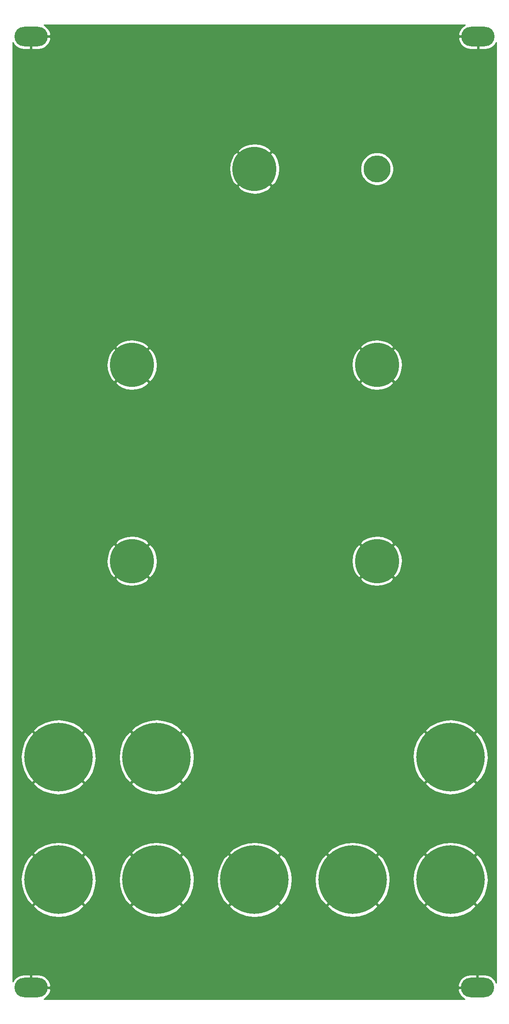
<source format=gbr>
%TF.GenerationSoftware,KiCad,Pcbnew,5.1.8-db9833491~88~ubuntu20.04.1*%
%TF.CreationDate,2020-12-01T09:53:33-05:00*%
%TF.ProjectId,mfos_vclfo_nosync-panel,6d666f73-5f76-4636-9c66-6f5f6e6f7379,rev?*%
%TF.SameCoordinates,Original*%
%TF.FileFunction,Copper,L1,Top*%
%TF.FilePolarity,Positive*%
%FSLAX46Y46*%
G04 Gerber Fmt 4.6, Leading zero omitted, Abs format (unit mm)*
G04 Created by KiCad (PCBNEW 5.1.8-db9833491~88~ubuntu20.04.1) date 2020-12-01 09:53:33*
%MOMM*%
%LPD*%
G01*
G04 APERTURE LIST*
%TA.AperFunction,ComponentPad*%
%ADD10C,14.000000*%
%TD*%
%TA.AperFunction,ComponentPad*%
%ADD11C,9.000000*%
%TD*%
%TA.AperFunction,ComponentPad*%
%ADD12O,6.800000X4.000000*%
%TD*%
%TA.AperFunction,ComponentPad*%
%ADD13C,5.500000*%
%TD*%
%TA.AperFunction,Conductor*%
%ADD14C,0.254000*%
%TD*%
%TA.AperFunction,Conductor*%
%ADD15C,0.100000*%
%TD*%
G04 APERTURE END LIST*
D10*
%TO.P,H20,1*%
%TO.N,GND*%
X115000000Y-155000000D03*
%TD*%
%TO.P,H18,1*%
%TO.N,GND*%
X35000000Y-130000000D03*
%TD*%
%TO.P,H17,1*%
%TO.N,GND*%
X75000000Y-155000000D03*
%TD*%
%TO.P,H15,1*%
%TO.N,GND*%
X55000000Y-130000000D03*
%TD*%
D11*
%TO.P,H14,1*%
%TO.N,GND*%
X75000000Y-10000000D03*
%TD*%
D12*
%TO.P,H13,1*%
%TO.N,GND*%
X29400000Y17000000D03*
%TD*%
D10*
%TO.P,H12,1*%
%TO.N,GND*%
X55000000Y-155000000D03*
%TD*%
D11*
%TO.P,H11,1*%
%TO.N,GND*%
X100000000Y-50000000D03*
%TD*%
D12*
%TO.P,H10,1*%
%TO.N,GND*%
X120500000Y-177000000D03*
%TD*%
D10*
%TO.P,H9,1*%
%TO.N,GND*%
X35000000Y-155000000D03*
%TD*%
D11*
%TO.P,H8,1*%
%TO.N,GND*%
X50000000Y-90000000D03*
%TD*%
D12*
%TO.P,H7,1*%
%TO.N,GND*%
X120600000Y17000000D03*
%TD*%
D10*
%TO.P,H6,1*%
%TO.N,GND*%
X115000000Y-130000000D03*
%TD*%
D11*
%TO.P,H5,1*%
%TO.N,GND*%
X50000000Y-50000000D03*
%TD*%
D12*
%TO.P,H4,1*%
%TO.N,GND*%
X29400000Y-177000000D03*
%TD*%
D13*
%TO.P,H3,1*%
%TO.N,N/C*%
X100000000Y-10000000D03*
%TD*%
D10*
%TO.P,H2,1*%
%TO.N,GND*%
X95000000Y-155000000D03*
%TD*%
D11*
%TO.P,H1,1*%
%TO.N,GND*%
X100000000Y-90000000D03*
%TD*%
D14*
%TO.N,GND*%
X117630475Y19120365D02*
X117246970Y18773424D01*
X116938519Y18358331D01*
X116716975Y17891038D01*
X116620333Y17537162D01*
X116727009Y17127000D01*
X120473000Y17127000D01*
X120473000Y17147000D01*
X120727000Y17147000D01*
X120727000Y17127000D01*
X120747000Y17127000D01*
X120747000Y16873000D01*
X120727000Y16873000D01*
X120727000Y14365000D01*
X122127000Y14365000D01*
X122638623Y14440407D01*
X123125704Y14614178D01*
X123569525Y14879635D01*
X123953030Y15226576D01*
X124261481Y15641669D01*
X124340000Y15807286D01*
X124340001Y-176018213D01*
X124161481Y-175641669D01*
X123853030Y-175226576D01*
X123469525Y-174879635D01*
X123025704Y-174614178D01*
X122538623Y-174440407D01*
X122027000Y-174365000D01*
X120627000Y-174365000D01*
X120627000Y-176873000D01*
X120647000Y-176873000D01*
X120647000Y-177127000D01*
X120627000Y-177127000D01*
X120627000Y-177147000D01*
X120373000Y-177147000D01*
X120373000Y-177127000D01*
X116627009Y-177127000D01*
X116520333Y-177537162D01*
X116616975Y-177891038D01*
X116838519Y-178358331D01*
X117146970Y-178773424D01*
X117530475Y-179120365D01*
X117897686Y-179340000D01*
X32002314Y-179340000D01*
X32369525Y-179120365D01*
X32753030Y-178773424D01*
X33061481Y-178358331D01*
X33283025Y-177891038D01*
X33379667Y-177537162D01*
X33272991Y-177127000D01*
X29527000Y-177127000D01*
X29527000Y-177147000D01*
X29273000Y-177147000D01*
X29273000Y-177127000D01*
X29253000Y-177127000D01*
X29253000Y-176873000D01*
X29273000Y-176873000D01*
X29273000Y-174365000D01*
X29527000Y-174365000D01*
X29527000Y-176873000D01*
X33272991Y-176873000D01*
X33379667Y-176462838D01*
X116520333Y-176462838D01*
X116627009Y-176873000D01*
X120373000Y-176873000D01*
X120373000Y-174365000D01*
X118973000Y-174365000D01*
X118461377Y-174440407D01*
X117974296Y-174614178D01*
X117530475Y-174879635D01*
X117146970Y-175226576D01*
X116838519Y-175641669D01*
X116616975Y-176108962D01*
X116520333Y-176462838D01*
X33379667Y-176462838D01*
X33283025Y-176108962D01*
X33061481Y-175641669D01*
X32753030Y-175226576D01*
X32369525Y-174879635D01*
X31925704Y-174614178D01*
X31438623Y-174440407D01*
X30927000Y-174365000D01*
X29527000Y-174365000D01*
X29273000Y-174365000D01*
X27873000Y-174365000D01*
X27361377Y-174440407D01*
X26874296Y-174614178D01*
X26430475Y-174879635D01*
X26046970Y-175226576D01*
X25738519Y-175641669D01*
X25660000Y-175807286D01*
X25660000Y-160401674D01*
X29777932Y-160401674D01*
X30593908Y-161280530D01*
X31903840Y-162019437D01*
X33332756Y-162488591D01*
X34825743Y-162669963D01*
X36325428Y-162556583D01*
X37774176Y-162152807D01*
X39116314Y-161474153D01*
X39406092Y-161280530D01*
X40222068Y-160401674D01*
X49777932Y-160401674D01*
X50593908Y-161280530D01*
X51903840Y-162019437D01*
X53332756Y-162488591D01*
X54825743Y-162669963D01*
X56325428Y-162556583D01*
X57774176Y-162152807D01*
X59116314Y-161474153D01*
X59406092Y-161280530D01*
X60222068Y-160401674D01*
X69777932Y-160401674D01*
X70593908Y-161280530D01*
X71903840Y-162019437D01*
X73332756Y-162488591D01*
X74825743Y-162669963D01*
X76325428Y-162556583D01*
X77774176Y-162152807D01*
X79116314Y-161474153D01*
X79406092Y-161280530D01*
X80222068Y-160401674D01*
X89777932Y-160401674D01*
X90593908Y-161280530D01*
X91903840Y-162019437D01*
X93332756Y-162488591D01*
X94825743Y-162669963D01*
X96325428Y-162556583D01*
X97774176Y-162152807D01*
X99116314Y-161474153D01*
X99406092Y-161280530D01*
X100222068Y-160401674D01*
X109777932Y-160401674D01*
X110593908Y-161280530D01*
X111903840Y-162019437D01*
X113332756Y-162488591D01*
X114825743Y-162669963D01*
X116325428Y-162556583D01*
X117774176Y-162152807D01*
X119116314Y-161474153D01*
X119406092Y-161280530D01*
X120222068Y-160401674D01*
X115000000Y-155179605D01*
X109777932Y-160401674D01*
X100222068Y-160401674D01*
X95000000Y-155179605D01*
X89777932Y-160401674D01*
X80222068Y-160401674D01*
X75000000Y-155179605D01*
X69777932Y-160401674D01*
X60222068Y-160401674D01*
X55000000Y-155179605D01*
X49777932Y-160401674D01*
X40222068Y-160401674D01*
X35000000Y-155179605D01*
X29777932Y-160401674D01*
X25660000Y-160401674D01*
X25660000Y-154825743D01*
X27330037Y-154825743D01*
X27443417Y-156325428D01*
X27847193Y-157774176D01*
X28525847Y-159116314D01*
X28719470Y-159406092D01*
X29598326Y-160222068D01*
X34820395Y-155000000D01*
X35179605Y-155000000D01*
X40401674Y-160222068D01*
X41280530Y-159406092D01*
X42019437Y-158096160D01*
X42488591Y-156667244D01*
X42669963Y-155174257D01*
X42643615Y-154825743D01*
X47330037Y-154825743D01*
X47443417Y-156325428D01*
X47847193Y-157774176D01*
X48525847Y-159116314D01*
X48719470Y-159406092D01*
X49598326Y-160222068D01*
X54820395Y-155000000D01*
X55179605Y-155000000D01*
X60401674Y-160222068D01*
X61280530Y-159406092D01*
X62019437Y-158096160D01*
X62488591Y-156667244D01*
X62669963Y-155174257D01*
X62643615Y-154825743D01*
X67330037Y-154825743D01*
X67443417Y-156325428D01*
X67847193Y-157774176D01*
X68525847Y-159116314D01*
X68719470Y-159406092D01*
X69598326Y-160222068D01*
X74820395Y-155000000D01*
X75179605Y-155000000D01*
X80401674Y-160222068D01*
X81280530Y-159406092D01*
X82019437Y-158096160D01*
X82488591Y-156667244D01*
X82669963Y-155174257D01*
X82643615Y-154825743D01*
X87330037Y-154825743D01*
X87443417Y-156325428D01*
X87847193Y-157774176D01*
X88525847Y-159116314D01*
X88719470Y-159406092D01*
X89598326Y-160222068D01*
X94820395Y-155000000D01*
X95179605Y-155000000D01*
X100401674Y-160222068D01*
X101280530Y-159406092D01*
X102019437Y-158096160D01*
X102488591Y-156667244D01*
X102669963Y-155174257D01*
X102643615Y-154825743D01*
X107330037Y-154825743D01*
X107443417Y-156325428D01*
X107847193Y-157774176D01*
X108525847Y-159116314D01*
X108719470Y-159406092D01*
X109598326Y-160222068D01*
X114820395Y-155000000D01*
X115179605Y-155000000D01*
X120401674Y-160222068D01*
X121280530Y-159406092D01*
X122019437Y-158096160D01*
X122488591Y-156667244D01*
X122669963Y-155174257D01*
X122556583Y-153674572D01*
X122152807Y-152225824D01*
X121474153Y-150883686D01*
X121280530Y-150593908D01*
X120401674Y-149777932D01*
X115179605Y-155000000D01*
X114820395Y-155000000D01*
X109598326Y-149777932D01*
X108719470Y-150593908D01*
X107980563Y-151903840D01*
X107511409Y-153332756D01*
X107330037Y-154825743D01*
X102643615Y-154825743D01*
X102556583Y-153674572D01*
X102152807Y-152225824D01*
X101474153Y-150883686D01*
X101280530Y-150593908D01*
X100401674Y-149777932D01*
X95179605Y-155000000D01*
X94820395Y-155000000D01*
X89598326Y-149777932D01*
X88719470Y-150593908D01*
X87980563Y-151903840D01*
X87511409Y-153332756D01*
X87330037Y-154825743D01*
X82643615Y-154825743D01*
X82556583Y-153674572D01*
X82152807Y-152225824D01*
X81474153Y-150883686D01*
X81280530Y-150593908D01*
X80401674Y-149777932D01*
X75179605Y-155000000D01*
X74820395Y-155000000D01*
X69598326Y-149777932D01*
X68719470Y-150593908D01*
X67980563Y-151903840D01*
X67511409Y-153332756D01*
X67330037Y-154825743D01*
X62643615Y-154825743D01*
X62556583Y-153674572D01*
X62152807Y-152225824D01*
X61474153Y-150883686D01*
X61280530Y-150593908D01*
X60401674Y-149777932D01*
X55179605Y-155000000D01*
X54820395Y-155000000D01*
X49598326Y-149777932D01*
X48719470Y-150593908D01*
X47980563Y-151903840D01*
X47511409Y-153332756D01*
X47330037Y-154825743D01*
X42643615Y-154825743D01*
X42556583Y-153674572D01*
X42152807Y-152225824D01*
X41474153Y-150883686D01*
X41280530Y-150593908D01*
X40401674Y-149777932D01*
X35179605Y-155000000D01*
X34820395Y-155000000D01*
X29598326Y-149777932D01*
X28719470Y-150593908D01*
X27980563Y-151903840D01*
X27511409Y-153332756D01*
X27330037Y-154825743D01*
X25660000Y-154825743D01*
X25660000Y-149598326D01*
X29777932Y-149598326D01*
X35000000Y-154820395D01*
X40222068Y-149598326D01*
X49777932Y-149598326D01*
X55000000Y-154820395D01*
X60222068Y-149598326D01*
X69777932Y-149598326D01*
X75000000Y-154820395D01*
X80222068Y-149598326D01*
X89777932Y-149598326D01*
X95000000Y-154820395D01*
X100222068Y-149598326D01*
X109777932Y-149598326D01*
X115000000Y-154820395D01*
X120222068Y-149598326D01*
X119406092Y-148719470D01*
X118096160Y-147980563D01*
X116667244Y-147511409D01*
X115174257Y-147330037D01*
X113674572Y-147443417D01*
X112225824Y-147847193D01*
X110883686Y-148525847D01*
X110593908Y-148719470D01*
X109777932Y-149598326D01*
X100222068Y-149598326D01*
X99406092Y-148719470D01*
X98096160Y-147980563D01*
X96667244Y-147511409D01*
X95174257Y-147330037D01*
X93674572Y-147443417D01*
X92225824Y-147847193D01*
X90883686Y-148525847D01*
X90593908Y-148719470D01*
X89777932Y-149598326D01*
X80222068Y-149598326D01*
X79406092Y-148719470D01*
X78096160Y-147980563D01*
X76667244Y-147511409D01*
X75174257Y-147330037D01*
X73674572Y-147443417D01*
X72225824Y-147847193D01*
X70883686Y-148525847D01*
X70593908Y-148719470D01*
X69777932Y-149598326D01*
X60222068Y-149598326D01*
X59406092Y-148719470D01*
X58096160Y-147980563D01*
X56667244Y-147511409D01*
X55174257Y-147330037D01*
X53674572Y-147443417D01*
X52225824Y-147847193D01*
X50883686Y-148525847D01*
X50593908Y-148719470D01*
X49777932Y-149598326D01*
X40222068Y-149598326D01*
X39406092Y-148719470D01*
X38096160Y-147980563D01*
X36667244Y-147511409D01*
X35174257Y-147330037D01*
X33674572Y-147443417D01*
X32225824Y-147847193D01*
X30883686Y-148525847D01*
X30593908Y-148719470D01*
X29777932Y-149598326D01*
X25660000Y-149598326D01*
X25660000Y-135401674D01*
X29777932Y-135401674D01*
X30593908Y-136280530D01*
X31903840Y-137019437D01*
X33332756Y-137488591D01*
X34825743Y-137669963D01*
X36325428Y-137556583D01*
X37774176Y-137152807D01*
X39116314Y-136474153D01*
X39406092Y-136280530D01*
X40222068Y-135401674D01*
X49777932Y-135401674D01*
X50593908Y-136280530D01*
X51903840Y-137019437D01*
X53332756Y-137488591D01*
X54825743Y-137669963D01*
X56325428Y-137556583D01*
X57774176Y-137152807D01*
X59116314Y-136474153D01*
X59406092Y-136280530D01*
X60222068Y-135401674D01*
X109777932Y-135401674D01*
X110593908Y-136280530D01*
X111903840Y-137019437D01*
X113332756Y-137488591D01*
X114825743Y-137669963D01*
X116325428Y-137556583D01*
X117774176Y-137152807D01*
X119116314Y-136474153D01*
X119406092Y-136280530D01*
X120222068Y-135401674D01*
X115000000Y-130179605D01*
X109777932Y-135401674D01*
X60222068Y-135401674D01*
X55000000Y-130179605D01*
X49777932Y-135401674D01*
X40222068Y-135401674D01*
X35000000Y-130179605D01*
X29777932Y-135401674D01*
X25660000Y-135401674D01*
X25660000Y-129825743D01*
X27330037Y-129825743D01*
X27443417Y-131325428D01*
X27847193Y-132774176D01*
X28525847Y-134116314D01*
X28719470Y-134406092D01*
X29598326Y-135222068D01*
X34820395Y-130000000D01*
X35179605Y-130000000D01*
X40401674Y-135222068D01*
X41280530Y-134406092D01*
X42019437Y-133096160D01*
X42488591Y-131667244D01*
X42669963Y-130174257D01*
X42643615Y-129825743D01*
X47330037Y-129825743D01*
X47443417Y-131325428D01*
X47847193Y-132774176D01*
X48525847Y-134116314D01*
X48719470Y-134406092D01*
X49598326Y-135222068D01*
X54820395Y-130000000D01*
X55179605Y-130000000D01*
X60401674Y-135222068D01*
X61280530Y-134406092D01*
X62019437Y-133096160D01*
X62488591Y-131667244D01*
X62669963Y-130174257D01*
X62643615Y-129825743D01*
X107330037Y-129825743D01*
X107443417Y-131325428D01*
X107847193Y-132774176D01*
X108525847Y-134116314D01*
X108719470Y-134406092D01*
X109598326Y-135222068D01*
X114820395Y-130000000D01*
X115179605Y-130000000D01*
X120401674Y-135222068D01*
X121280530Y-134406092D01*
X122019437Y-133096160D01*
X122488591Y-131667244D01*
X122669963Y-130174257D01*
X122556583Y-128674572D01*
X122152807Y-127225824D01*
X121474153Y-125883686D01*
X121280530Y-125593908D01*
X120401674Y-124777932D01*
X115179605Y-130000000D01*
X114820395Y-130000000D01*
X109598326Y-124777932D01*
X108719470Y-125593908D01*
X107980563Y-126903840D01*
X107511409Y-128332756D01*
X107330037Y-129825743D01*
X62643615Y-129825743D01*
X62556583Y-128674572D01*
X62152807Y-127225824D01*
X61474153Y-125883686D01*
X61280530Y-125593908D01*
X60401674Y-124777932D01*
X55179605Y-130000000D01*
X54820395Y-130000000D01*
X49598326Y-124777932D01*
X48719470Y-125593908D01*
X47980563Y-126903840D01*
X47511409Y-128332756D01*
X47330037Y-129825743D01*
X42643615Y-129825743D01*
X42556583Y-128674572D01*
X42152807Y-127225824D01*
X41474153Y-125883686D01*
X41280530Y-125593908D01*
X40401674Y-124777932D01*
X35179605Y-130000000D01*
X34820395Y-130000000D01*
X29598326Y-124777932D01*
X28719470Y-125593908D01*
X27980563Y-126903840D01*
X27511409Y-128332756D01*
X27330037Y-129825743D01*
X25660000Y-129825743D01*
X25660000Y-124598326D01*
X29777932Y-124598326D01*
X35000000Y-129820395D01*
X40222068Y-124598326D01*
X49777932Y-124598326D01*
X55000000Y-129820395D01*
X60222068Y-124598326D01*
X109777932Y-124598326D01*
X115000000Y-129820395D01*
X120222068Y-124598326D01*
X119406092Y-123719470D01*
X118096160Y-122980563D01*
X116667244Y-122511409D01*
X115174257Y-122330037D01*
X113674572Y-122443417D01*
X112225824Y-122847193D01*
X110883686Y-123525847D01*
X110593908Y-123719470D01*
X109777932Y-124598326D01*
X60222068Y-124598326D01*
X59406092Y-123719470D01*
X58096160Y-122980563D01*
X56667244Y-122511409D01*
X55174257Y-122330037D01*
X53674572Y-122443417D01*
X52225824Y-122847193D01*
X50883686Y-123525847D01*
X50593908Y-123719470D01*
X49777932Y-124598326D01*
X40222068Y-124598326D01*
X39406092Y-123719470D01*
X38096160Y-122980563D01*
X36667244Y-122511409D01*
X35174257Y-122330037D01*
X33674572Y-122443417D01*
X32225824Y-122847193D01*
X30883686Y-123525847D01*
X30593908Y-123719470D01*
X29777932Y-124598326D01*
X25660000Y-124598326D01*
X25660000Y-93624971D01*
X46554634Y-93624971D01*
X47070783Y-94247788D01*
X47955768Y-94737630D01*
X48919314Y-95045407D01*
X49924389Y-95159293D01*
X50932370Y-95074910D01*
X51904520Y-94795501D01*
X52803481Y-94331803D01*
X52929217Y-94247788D01*
X53445366Y-93624971D01*
X96554634Y-93624971D01*
X97070783Y-94247788D01*
X97955768Y-94737630D01*
X98919314Y-95045407D01*
X99924389Y-95159293D01*
X100932370Y-95074910D01*
X101904520Y-94795501D01*
X102803481Y-94331803D01*
X102929217Y-94247788D01*
X103445366Y-93624971D01*
X100000000Y-90179605D01*
X96554634Y-93624971D01*
X53445366Y-93624971D01*
X50000000Y-90179605D01*
X46554634Y-93624971D01*
X25660000Y-93624971D01*
X25660000Y-89924389D01*
X44840707Y-89924389D01*
X44925090Y-90932370D01*
X45204499Y-91904520D01*
X45668197Y-92803481D01*
X45752212Y-92929217D01*
X46375029Y-93445366D01*
X49820395Y-90000000D01*
X50179605Y-90000000D01*
X53624971Y-93445366D01*
X54247788Y-92929217D01*
X54737630Y-92044232D01*
X55045407Y-91080686D01*
X55159293Y-90075611D01*
X55146634Y-89924389D01*
X94840707Y-89924389D01*
X94925090Y-90932370D01*
X95204499Y-91904520D01*
X95668197Y-92803481D01*
X95752212Y-92929217D01*
X96375029Y-93445366D01*
X99820395Y-90000000D01*
X100179605Y-90000000D01*
X103624971Y-93445366D01*
X104247788Y-92929217D01*
X104737630Y-92044232D01*
X105045407Y-91080686D01*
X105159293Y-90075611D01*
X105074910Y-89067630D01*
X104795501Y-88095480D01*
X104331803Y-87196519D01*
X104247788Y-87070783D01*
X103624971Y-86554634D01*
X100179605Y-90000000D01*
X99820395Y-90000000D01*
X96375029Y-86554634D01*
X95752212Y-87070783D01*
X95262370Y-87955768D01*
X94954593Y-88919314D01*
X94840707Y-89924389D01*
X55146634Y-89924389D01*
X55074910Y-89067630D01*
X54795501Y-88095480D01*
X54331803Y-87196519D01*
X54247788Y-87070783D01*
X53624971Y-86554634D01*
X50179605Y-90000000D01*
X49820395Y-90000000D01*
X46375029Y-86554634D01*
X45752212Y-87070783D01*
X45262370Y-87955768D01*
X44954593Y-88919314D01*
X44840707Y-89924389D01*
X25660000Y-89924389D01*
X25660000Y-86375029D01*
X46554634Y-86375029D01*
X50000000Y-89820395D01*
X53445366Y-86375029D01*
X96554634Y-86375029D01*
X100000000Y-89820395D01*
X103445366Y-86375029D01*
X102929217Y-85752212D01*
X102044232Y-85262370D01*
X101080686Y-84954593D01*
X100075611Y-84840707D01*
X99067630Y-84925090D01*
X98095480Y-85204499D01*
X97196519Y-85668197D01*
X97070783Y-85752212D01*
X96554634Y-86375029D01*
X53445366Y-86375029D01*
X52929217Y-85752212D01*
X52044232Y-85262370D01*
X51080686Y-84954593D01*
X50075611Y-84840707D01*
X49067630Y-84925090D01*
X48095480Y-85204499D01*
X47196519Y-85668197D01*
X47070783Y-85752212D01*
X46554634Y-86375029D01*
X25660000Y-86375029D01*
X25660000Y-53624971D01*
X46554634Y-53624971D01*
X47070783Y-54247788D01*
X47955768Y-54737630D01*
X48919314Y-55045407D01*
X49924389Y-55159293D01*
X50932370Y-55074910D01*
X51904520Y-54795501D01*
X52803481Y-54331803D01*
X52929217Y-54247788D01*
X53445366Y-53624971D01*
X96554634Y-53624971D01*
X97070783Y-54247788D01*
X97955768Y-54737630D01*
X98919314Y-55045407D01*
X99924389Y-55159293D01*
X100932370Y-55074910D01*
X101904520Y-54795501D01*
X102803481Y-54331803D01*
X102929217Y-54247788D01*
X103445366Y-53624971D01*
X100000000Y-50179605D01*
X96554634Y-53624971D01*
X53445366Y-53624971D01*
X50000000Y-50179605D01*
X46554634Y-53624971D01*
X25660000Y-53624971D01*
X25660000Y-49924389D01*
X44840707Y-49924389D01*
X44925090Y-50932370D01*
X45204499Y-51904520D01*
X45668197Y-52803481D01*
X45752212Y-52929217D01*
X46375029Y-53445366D01*
X49820395Y-50000000D01*
X50179605Y-50000000D01*
X53624971Y-53445366D01*
X54247788Y-52929217D01*
X54737630Y-52044232D01*
X55045407Y-51080686D01*
X55159293Y-50075611D01*
X55146634Y-49924389D01*
X94840707Y-49924389D01*
X94925090Y-50932370D01*
X95204499Y-51904520D01*
X95668197Y-52803481D01*
X95752212Y-52929217D01*
X96375029Y-53445366D01*
X99820395Y-50000000D01*
X100179605Y-50000000D01*
X103624971Y-53445366D01*
X104247788Y-52929217D01*
X104737630Y-52044232D01*
X105045407Y-51080686D01*
X105159293Y-50075611D01*
X105074910Y-49067630D01*
X104795501Y-48095480D01*
X104331803Y-47196519D01*
X104247788Y-47070783D01*
X103624971Y-46554634D01*
X100179605Y-50000000D01*
X99820395Y-50000000D01*
X96375029Y-46554634D01*
X95752212Y-47070783D01*
X95262370Y-47955768D01*
X94954593Y-48919314D01*
X94840707Y-49924389D01*
X55146634Y-49924389D01*
X55074910Y-49067630D01*
X54795501Y-48095480D01*
X54331803Y-47196519D01*
X54247788Y-47070783D01*
X53624971Y-46554634D01*
X50179605Y-50000000D01*
X49820395Y-50000000D01*
X46375029Y-46554634D01*
X45752212Y-47070783D01*
X45262370Y-47955768D01*
X44954593Y-48919314D01*
X44840707Y-49924389D01*
X25660000Y-49924389D01*
X25660000Y-46375029D01*
X46554634Y-46375029D01*
X50000000Y-49820395D01*
X53445366Y-46375029D01*
X96554634Y-46375029D01*
X100000000Y-49820395D01*
X103445366Y-46375029D01*
X102929217Y-45752212D01*
X102044232Y-45262370D01*
X101080686Y-44954593D01*
X100075611Y-44840707D01*
X99067630Y-44925090D01*
X98095480Y-45204499D01*
X97196519Y-45668197D01*
X97070783Y-45752212D01*
X96554634Y-46375029D01*
X53445366Y-46375029D01*
X52929217Y-45752212D01*
X52044232Y-45262370D01*
X51080686Y-44954593D01*
X50075611Y-44840707D01*
X49067630Y-44925090D01*
X48095480Y-45204499D01*
X47196519Y-45668197D01*
X47070783Y-45752212D01*
X46554634Y-46375029D01*
X25660000Y-46375029D01*
X25660000Y-13624971D01*
X71554634Y-13624971D01*
X72070783Y-14247788D01*
X72955768Y-14737630D01*
X73919314Y-15045407D01*
X74924389Y-15159293D01*
X75932370Y-15074910D01*
X76904520Y-14795501D01*
X77803481Y-14331803D01*
X77929217Y-14247788D01*
X78445366Y-13624971D01*
X75000000Y-10179605D01*
X71554634Y-13624971D01*
X25660000Y-13624971D01*
X25660000Y-9924389D01*
X69840707Y-9924389D01*
X69925090Y-10932370D01*
X70204499Y-11904520D01*
X70668197Y-12803481D01*
X70752212Y-12929217D01*
X71375029Y-13445366D01*
X74820395Y-10000000D01*
X75179605Y-10000000D01*
X78624971Y-13445366D01*
X79247788Y-12929217D01*
X79737630Y-12044232D01*
X80045407Y-11080686D01*
X80159293Y-10075611D01*
X80125054Y-9666607D01*
X96615000Y-9666607D01*
X96615000Y-10333393D01*
X96745083Y-10987368D01*
X97000252Y-11603399D01*
X97370698Y-12157812D01*
X97842188Y-12629302D01*
X98396601Y-12999748D01*
X99012632Y-13254917D01*
X99666607Y-13385000D01*
X100333393Y-13385000D01*
X100987368Y-13254917D01*
X101603399Y-12999748D01*
X102157812Y-12629302D01*
X102629302Y-12157812D01*
X102999748Y-11603399D01*
X103254917Y-10987368D01*
X103385000Y-10333393D01*
X103385000Y-9666607D01*
X103254917Y-9012632D01*
X102999748Y-8396601D01*
X102629302Y-7842188D01*
X102157812Y-7370698D01*
X101603399Y-7000252D01*
X100987368Y-6745083D01*
X100333393Y-6615000D01*
X99666607Y-6615000D01*
X99012632Y-6745083D01*
X98396601Y-7000252D01*
X97842188Y-7370698D01*
X97370698Y-7842188D01*
X97000252Y-8396601D01*
X96745083Y-9012632D01*
X96615000Y-9666607D01*
X80125054Y-9666607D01*
X80074910Y-9067630D01*
X79795501Y-8095480D01*
X79331803Y-7196519D01*
X79247788Y-7070783D01*
X78624971Y-6554634D01*
X75179605Y-10000000D01*
X74820395Y-10000000D01*
X71375029Y-6554634D01*
X70752212Y-7070783D01*
X70262370Y-7955768D01*
X69954593Y-8919314D01*
X69840707Y-9924389D01*
X25660000Y-9924389D01*
X25660000Y-6375029D01*
X71554634Y-6375029D01*
X75000000Y-9820395D01*
X78445366Y-6375029D01*
X77929217Y-5752212D01*
X77044232Y-5262370D01*
X76080686Y-4954593D01*
X75075611Y-4840707D01*
X74067630Y-4925090D01*
X73095480Y-5204499D01*
X72196519Y-5668197D01*
X72070783Y-5752212D01*
X71554634Y-6375029D01*
X25660000Y-6375029D01*
X25660000Y15807286D01*
X25738519Y15641669D01*
X26046970Y15226576D01*
X26430475Y14879635D01*
X26874296Y14614178D01*
X27361377Y14440407D01*
X27873000Y14365000D01*
X29273000Y14365000D01*
X29273000Y16873000D01*
X29527000Y16873000D01*
X29527000Y14365000D01*
X30927000Y14365000D01*
X31438623Y14440407D01*
X31925704Y14614178D01*
X32369525Y14879635D01*
X32753030Y15226576D01*
X33061481Y15641669D01*
X33283025Y16108962D01*
X33379667Y16462838D01*
X116620333Y16462838D01*
X116716975Y16108962D01*
X116938519Y15641669D01*
X117246970Y15226576D01*
X117630475Y14879635D01*
X118074296Y14614178D01*
X118561377Y14440407D01*
X119073000Y14365000D01*
X120473000Y14365000D01*
X120473000Y16873000D01*
X116727009Y16873000D01*
X116620333Y16462838D01*
X33379667Y16462838D01*
X33272991Y16873000D01*
X29527000Y16873000D01*
X29273000Y16873000D01*
X29253000Y16873000D01*
X29253000Y17127000D01*
X29273000Y17127000D01*
X29273000Y17147000D01*
X29527000Y17147000D01*
X29527000Y17127000D01*
X33272991Y17127000D01*
X33379667Y17537162D01*
X33283025Y17891038D01*
X33061481Y18358331D01*
X32753030Y18773424D01*
X32369525Y19120365D01*
X32002314Y19340000D01*
X117997686Y19340000D01*
X117630475Y19120365D01*
%TA.AperFunction,Conductor*%
D15*
G36*
X117630475Y19120365D02*
G01*
X117246970Y18773424D01*
X116938519Y18358331D01*
X116716975Y17891038D01*
X116620333Y17537162D01*
X116727009Y17127000D01*
X120473000Y17127000D01*
X120473000Y17147000D01*
X120727000Y17147000D01*
X120727000Y17127000D01*
X120747000Y17127000D01*
X120747000Y16873000D01*
X120727000Y16873000D01*
X120727000Y14365000D01*
X122127000Y14365000D01*
X122638623Y14440407D01*
X123125704Y14614178D01*
X123569525Y14879635D01*
X123953030Y15226576D01*
X124261481Y15641669D01*
X124340000Y15807286D01*
X124340001Y-176018213D01*
X124161481Y-175641669D01*
X123853030Y-175226576D01*
X123469525Y-174879635D01*
X123025704Y-174614178D01*
X122538623Y-174440407D01*
X122027000Y-174365000D01*
X120627000Y-174365000D01*
X120627000Y-176873000D01*
X120647000Y-176873000D01*
X120647000Y-177127000D01*
X120627000Y-177127000D01*
X120627000Y-177147000D01*
X120373000Y-177147000D01*
X120373000Y-177127000D01*
X116627009Y-177127000D01*
X116520333Y-177537162D01*
X116616975Y-177891038D01*
X116838519Y-178358331D01*
X117146970Y-178773424D01*
X117530475Y-179120365D01*
X117897686Y-179340000D01*
X32002314Y-179340000D01*
X32369525Y-179120365D01*
X32753030Y-178773424D01*
X33061481Y-178358331D01*
X33283025Y-177891038D01*
X33379667Y-177537162D01*
X33272991Y-177127000D01*
X29527000Y-177127000D01*
X29527000Y-177147000D01*
X29273000Y-177147000D01*
X29273000Y-177127000D01*
X29253000Y-177127000D01*
X29253000Y-176873000D01*
X29273000Y-176873000D01*
X29273000Y-174365000D01*
X29527000Y-174365000D01*
X29527000Y-176873000D01*
X33272991Y-176873000D01*
X33379667Y-176462838D01*
X116520333Y-176462838D01*
X116627009Y-176873000D01*
X120373000Y-176873000D01*
X120373000Y-174365000D01*
X118973000Y-174365000D01*
X118461377Y-174440407D01*
X117974296Y-174614178D01*
X117530475Y-174879635D01*
X117146970Y-175226576D01*
X116838519Y-175641669D01*
X116616975Y-176108962D01*
X116520333Y-176462838D01*
X33379667Y-176462838D01*
X33283025Y-176108962D01*
X33061481Y-175641669D01*
X32753030Y-175226576D01*
X32369525Y-174879635D01*
X31925704Y-174614178D01*
X31438623Y-174440407D01*
X30927000Y-174365000D01*
X29527000Y-174365000D01*
X29273000Y-174365000D01*
X27873000Y-174365000D01*
X27361377Y-174440407D01*
X26874296Y-174614178D01*
X26430475Y-174879635D01*
X26046970Y-175226576D01*
X25738519Y-175641669D01*
X25660000Y-175807286D01*
X25660000Y-160401674D01*
X29777932Y-160401674D01*
X30593908Y-161280530D01*
X31903840Y-162019437D01*
X33332756Y-162488591D01*
X34825743Y-162669963D01*
X36325428Y-162556583D01*
X37774176Y-162152807D01*
X39116314Y-161474153D01*
X39406092Y-161280530D01*
X40222068Y-160401674D01*
X49777932Y-160401674D01*
X50593908Y-161280530D01*
X51903840Y-162019437D01*
X53332756Y-162488591D01*
X54825743Y-162669963D01*
X56325428Y-162556583D01*
X57774176Y-162152807D01*
X59116314Y-161474153D01*
X59406092Y-161280530D01*
X60222068Y-160401674D01*
X69777932Y-160401674D01*
X70593908Y-161280530D01*
X71903840Y-162019437D01*
X73332756Y-162488591D01*
X74825743Y-162669963D01*
X76325428Y-162556583D01*
X77774176Y-162152807D01*
X79116314Y-161474153D01*
X79406092Y-161280530D01*
X80222068Y-160401674D01*
X89777932Y-160401674D01*
X90593908Y-161280530D01*
X91903840Y-162019437D01*
X93332756Y-162488591D01*
X94825743Y-162669963D01*
X96325428Y-162556583D01*
X97774176Y-162152807D01*
X99116314Y-161474153D01*
X99406092Y-161280530D01*
X100222068Y-160401674D01*
X109777932Y-160401674D01*
X110593908Y-161280530D01*
X111903840Y-162019437D01*
X113332756Y-162488591D01*
X114825743Y-162669963D01*
X116325428Y-162556583D01*
X117774176Y-162152807D01*
X119116314Y-161474153D01*
X119406092Y-161280530D01*
X120222068Y-160401674D01*
X115000000Y-155179605D01*
X109777932Y-160401674D01*
X100222068Y-160401674D01*
X95000000Y-155179605D01*
X89777932Y-160401674D01*
X80222068Y-160401674D01*
X75000000Y-155179605D01*
X69777932Y-160401674D01*
X60222068Y-160401674D01*
X55000000Y-155179605D01*
X49777932Y-160401674D01*
X40222068Y-160401674D01*
X35000000Y-155179605D01*
X29777932Y-160401674D01*
X25660000Y-160401674D01*
X25660000Y-154825743D01*
X27330037Y-154825743D01*
X27443417Y-156325428D01*
X27847193Y-157774176D01*
X28525847Y-159116314D01*
X28719470Y-159406092D01*
X29598326Y-160222068D01*
X34820395Y-155000000D01*
X35179605Y-155000000D01*
X40401674Y-160222068D01*
X41280530Y-159406092D01*
X42019437Y-158096160D01*
X42488591Y-156667244D01*
X42669963Y-155174257D01*
X42643615Y-154825743D01*
X47330037Y-154825743D01*
X47443417Y-156325428D01*
X47847193Y-157774176D01*
X48525847Y-159116314D01*
X48719470Y-159406092D01*
X49598326Y-160222068D01*
X54820395Y-155000000D01*
X55179605Y-155000000D01*
X60401674Y-160222068D01*
X61280530Y-159406092D01*
X62019437Y-158096160D01*
X62488591Y-156667244D01*
X62669963Y-155174257D01*
X62643615Y-154825743D01*
X67330037Y-154825743D01*
X67443417Y-156325428D01*
X67847193Y-157774176D01*
X68525847Y-159116314D01*
X68719470Y-159406092D01*
X69598326Y-160222068D01*
X74820395Y-155000000D01*
X75179605Y-155000000D01*
X80401674Y-160222068D01*
X81280530Y-159406092D01*
X82019437Y-158096160D01*
X82488591Y-156667244D01*
X82669963Y-155174257D01*
X82643615Y-154825743D01*
X87330037Y-154825743D01*
X87443417Y-156325428D01*
X87847193Y-157774176D01*
X88525847Y-159116314D01*
X88719470Y-159406092D01*
X89598326Y-160222068D01*
X94820395Y-155000000D01*
X95179605Y-155000000D01*
X100401674Y-160222068D01*
X101280530Y-159406092D01*
X102019437Y-158096160D01*
X102488591Y-156667244D01*
X102669963Y-155174257D01*
X102643615Y-154825743D01*
X107330037Y-154825743D01*
X107443417Y-156325428D01*
X107847193Y-157774176D01*
X108525847Y-159116314D01*
X108719470Y-159406092D01*
X109598326Y-160222068D01*
X114820395Y-155000000D01*
X115179605Y-155000000D01*
X120401674Y-160222068D01*
X121280530Y-159406092D01*
X122019437Y-158096160D01*
X122488591Y-156667244D01*
X122669963Y-155174257D01*
X122556583Y-153674572D01*
X122152807Y-152225824D01*
X121474153Y-150883686D01*
X121280530Y-150593908D01*
X120401674Y-149777932D01*
X115179605Y-155000000D01*
X114820395Y-155000000D01*
X109598326Y-149777932D01*
X108719470Y-150593908D01*
X107980563Y-151903840D01*
X107511409Y-153332756D01*
X107330037Y-154825743D01*
X102643615Y-154825743D01*
X102556583Y-153674572D01*
X102152807Y-152225824D01*
X101474153Y-150883686D01*
X101280530Y-150593908D01*
X100401674Y-149777932D01*
X95179605Y-155000000D01*
X94820395Y-155000000D01*
X89598326Y-149777932D01*
X88719470Y-150593908D01*
X87980563Y-151903840D01*
X87511409Y-153332756D01*
X87330037Y-154825743D01*
X82643615Y-154825743D01*
X82556583Y-153674572D01*
X82152807Y-152225824D01*
X81474153Y-150883686D01*
X81280530Y-150593908D01*
X80401674Y-149777932D01*
X75179605Y-155000000D01*
X74820395Y-155000000D01*
X69598326Y-149777932D01*
X68719470Y-150593908D01*
X67980563Y-151903840D01*
X67511409Y-153332756D01*
X67330037Y-154825743D01*
X62643615Y-154825743D01*
X62556583Y-153674572D01*
X62152807Y-152225824D01*
X61474153Y-150883686D01*
X61280530Y-150593908D01*
X60401674Y-149777932D01*
X55179605Y-155000000D01*
X54820395Y-155000000D01*
X49598326Y-149777932D01*
X48719470Y-150593908D01*
X47980563Y-151903840D01*
X47511409Y-153332756D01*
X47330037Y-154825743D01*
X42643615Y-154825743D01*
X42556583Y-153674572D01*
X42152807Y-152225824D01*
X41474153Y-150883686D01*
X41280530Y-150593908D01*
X40401674Y-149777932D01*
X35179605Y-155000000D01*
X34820395Y-155000000D01*
X29598326Y-149777932D01*
X28719470Y-150593908D01*
X27980563Y-151903840D01*
X27511409Y-153332756D01*
X27330037Y-154825743D01*
X25660000Y-154825743D01*
X25660000Y-149598326D01*
X29777932Y-149598326D01*
X35000000Y-154820395D01*
X40222068Y-149598326D01*
X49777932Y-149598326D01*
X55000000Y-154820395D01*
X60222068Y-149598326D01*
X69777932Y-149598326D01*
X75000000Y-154820395D01*
X80222068Y-149598326D01*
X89777932Y-149598326D01*
X95000000Y-154820395D01*
X100222068Y-149598326D01*
X109777932Y-149598326D01*
X115000000Y-154820395D01*
X120222068Y-149598326D01*
X119406092Y-148719470D01*
X118096160Y-147980563D01*
X116667244Y-147511409D01*
X115174257Y-147330037D01*
X113674572Y-147443417D01*
X112225824Y-147847193D01*
X110883686Y-148525847D01*
X110593908Y-148719470D01*
X109777932Y-149598326D01*
X100222068Y-149598326D01*
X99406092Y-148719470D01*
X98096160Y-147980563D01*
X96667244Y-147511409D01*
X95174257Y-147330037D01*
X93674572Y-147443417D01*
X92225824Y-147847193D01*
X90883686Y-148525847D01*
X90593908Y-148719470D01*
X89777932Y-149598326D01*
X80222068Y-149598326D01*
X79406092Y-148719470D01*
X78096160Y-147980563D01*
X76667244Y-147511409D01*
X75174257Y-147330037D01*
X73674572Y-147443417D01*
X72225824Y-147847193D01*
X70883686Y-148525847D01*
X70593908Y-148719470D01*
X69777932Y-149598326D01*
X60222068Y-149598326D01*
X59406092Y-148719470D01*
X58096160Y-147980563D01*
X56667244Y-147511409D01*
X55174257Y-147330037D01*
X53674572Y-147443417D01*
X52225824Y-147847193D01*
X50883686Y-148525847D01*
X50593908Y-148719470D01*
X49777932Y-149598326D01*
X40222068Y-149598326D01*
X39406092Y-148719470D01*
X38096160Y-147980563D01*
X36667244Y-147511409D01*
X35174257Y-147330037D01*
X33674572Y-147443417D01*
X32225824Y-147847193D01*
X30883686Y-148525847D01*
X30593908Y-148719470D01*
X29777932Y-149598326D01*
X25660000Y-149598326D01*
X25660000Y-135401674D01*
X29777932Y-135401674D01*
X30593908Y-136280530D01*
X31903840Y-137019437D01*
X33332756Y-137488591D01*
X34825743Y-137669963D01*
X36325428Y-137556583D01*
X37774176Y-137152807D01*
X39116314Y-136474153D01*
X39406092Y-136280530D01*
X40222068Y-135401674D01*
X49777932Y-135401674D01*
X50593908Y-136280530D01*
X51903840Y-137019437D01*
X53332756Y-137488591D01*
X54825743Y-137669963D01*
X56325428Y-137556583D01*
X57774176Y-137152807D01*
X59116314Y-136474153D01*
X59406092Y-136280530D01*
X60222068Y-135401674D01*
X109777932Y-135401674D01*
X110593908Y-136280530D01*
X111903840Y-137019437D01*
X113332756Y-137488591D01*
X114825743Y-137669963D01*
X116325428Y-137556583D01*
X117774176Y-137152807D01*
X119116314Y-136474153D01*
X119406092Y-136280530D01*
X120222068Y-135401674D01*
X115000000Y-130179605D01*
X109777932Y-135401674D01*
X60222068Y-135401674D01*
X55000000Y-130179605D01*
X49777932Y-135401674D01*
X40222068Y-135401674D01*
X35000000Y-130179605D01*
X29777932Y-135401674D01*
X25660000Y-135401674D01*
X25660000Y-129825743D01*
X27330037Y-129825743D01*
X27443417Y-131325428D01*
X27847193Y-132774176D01*
X28525847Y-134116314D01*
X28719470Y-134406092D01*
X29598326Y-135222068D01*
X34820395Y-130000000D01*
X35179605Y-130000000D01*
X40401674Y-135222068D01*
X41280530Y-134406092D01*
X42019437Y-133096160D01*
X42488591Y-131667244D01*
X42669963Y-130174257D01*
X42643615Y-129825743D01*
X47330037Y-129825743D01*
X47443417Y-131325428D01*
X47847193Y-132774176D01*
X48525847Y-134116314D01*
X48719470Y-134406092D01*
X49598326Y-135222068D01*
X54820395Y-130000000D01*
X55179605Y-130000000D01*
X60401674Y-135222068D01*
X61280530Y-134406092D01*
X62019437Y-133096160D01*
X62488591Y-131667244D01*
X62669963Y-130174257D01*
X62643615Y-129825743D01*
X107330037Y-129825743D01*
X107443417Y-131325428D01*
X107847193Y-132774176D01*
X108525847Y-134116314D01*
X108719470Y-134406092D01*
X109598326Y-135222068D01*
X114820395Y-130000000D01*
X115179605Y-130000000D01*
X120401674Y-135222068D01*
X121280530Y-134406092D01*
X122019437Y-133096160D01*
X122488591Y-131667244D01*
X122669963Y-130174257D01*
X122556583Y-128674572D01*
X122152807Y-127225824D01*
X121474153Y-125883686D01*
X121280530Y-125593908D01*
X120401674Y-124777932D01*
X115179605Y-130000000D01*
X114820395Y-130000000D01*
X109598326Y-124777932D01*
X108719470Y-125593908D01*
X107980563Y-126903840D01*
X107511409Y-128332756D01*
X107330037Y-129825743D01*
X62643615Y-129825743D01*
X62556583Y-128674572D01*
X62152807Y-127225824D01*
X61474153Y-125883686D01*
X61280530Y-125593908D01*
X60401674Y-124777932D01*
X55179605Y-130000000D01*
X54820395Y-130000000D01*
X49598326Y-124777932D01*
X48719470Y-125593908D01*
X47980563Y-126903840D01*
X47511409Y-128332756D01*
X47330037Y-129825743D01*
X42643615Y-129825743D01*
X42556583Y-128674572D01*
X42152807Y-127225824D01*
X41474153Y-125883686D01*
X41280530Y-125593908D01*
X40401674Y-124777932D01*
X35179605Y-130000000D01*
X34820395Y-130000000D01*
X29598326Y-124777932D01*
X28719470Y-125593908D01*
X27980563Y-126903840D01*
X27511409Y-128332756D01*
X27330037Y-129825743D01*
X25660000Y-129825743D01*
X25660000Y-124598326D01*
X29777932Y-124598326D01*
X35000000Y-129820395D01*
X40222068Y-124598326D01*
X49777932Y-124598326D01*
X55000000Y-129820395D01*
X60222068Y-124598326D01*
X109777932Y-124598326D01*
X115000000Y-129820395D01*
X120222068Y-124598326D01*
X119406092Y-123719470D01*
X118096160Y-122980563D01*
X116667244Y-122511409D01*
X115174257Y-122330037D01*
X113674572Y-122443417D01*
X112225824Y-122847193D01*
X110883686Y-123525847D01*
X110593908Y-123719470D01*
X109777932Y-124598326D01*
X60222068Y-124598326D01*
X59406092Y-123719470D01*
X58096160Y-122980563D01*
X56667244Y-122511409D01*
X55174257Y-122330037D01*
X53674572Y-122443417D01*
X52225824Y-122847193D01*
X50883686Y-123525847D01*
X50593908Y-123719470D01*
X49777932Y-124598326D01*
X40222068Y-124598326D01*
X39406092Y-123719470D01*
X38096160Y-122980563D01*
X36667244Y-122511409D01*
X35174257Y-122330037D01*
X33674572Y-122443417D01*
X32225824Y-122847193D01*
X30883686Y-123525847D01*
X30593908Y-123719470D01*
X29777932Y-124598326D01*
X25660000Y-124598326D01*
X25660000Y-93624971D01*
X46554634Y-93624971D01*
X47070783Y-94247788D01*
X47955768Y-94737630D01*
X48919314Y-95045407D01*
X49924389Y-95159293D01*
X50932370Y-95074910D01*
X51904520Y-94795501D01*
X52803481Y-94331803D01*
X52929217Y-94247788D01*
X53445366Y-93624971D01*
X96554634Y-93624971D01*
X97070783Y-94247788D01*
X97955768Y-94737630D01*
X98919314Y-95045407D01*
X99924389Y-95159293D01*
X100932370Y-95074910D01*
X101904520Y-94795501D01*
X102803481Y-94331803D01*
X102929217Y-94247788D01*
X103445366Y-93624971D01*
X100000000Y-90179605D01*
X96554634Y-93624971D01*
X53445366Y-93624971D01*
X50000000Y-90179605D01*
X46554634Y-93624971D01*
X25660000Y-93624971D01*
X25660000Y-89924389D01*
X44840707Y-89924389D01*
X44925090Y-90932370D01*
X45204499Y-91904520D01*
X45668197Y-92803481D01*
X45752212Y-92929217D01*
X46375029Y-93445366D01*
X49820395Y-90000000D01*
X50179605Y-90000000D01*
X53624971Y-93445366D01*
X54247788Y-92929217D01*
X54737630Y-92044232D01*
X55045407Y-91080686D01*
X55159293Y-90075611D01*
X55146634Y-89924389D01*
X94840707Y-89924389D01*
X94925090Y-90932370D01*
X95204499Y-91904520D01*
X95668197Y-92803481D01*
X95752212Y-92929217D01*
X96375029Y-93445366D01*
X99820395Y-90000000D01*
X100179605Y-90000000D01*
X103624971Y-93445366D01*
X104247788Y-92929217D01*
X104737630Y-92044232D01*
X105045407Y-91080686D01*
X105159293Y-90075611D01*
X105074910Y-89067630D01*
X104795501Y-88095480D01*
X104331803Y-87196519D01*
X104247788Y-87070783D01*
X103624971Y-86554634D01*
X100179605Y-90000000D01*
X99820395Y-90000000D01*
X96375029Y-86554634D01*
X95752212Y-87070783D01*
X95262370Y-87955768D01*
X94954593Y-88919314D01*
X94840707Y-89924389D01*
X55146634Y-89924389D01*
X55074910Y-89067630D01*
X54795501Y-88095480D01*
X54331803Y-87196519D01*
X54247788Y-87070783D01*
X53624971Y-86554634D01*
X50179605Y-90000000D01*
X49820395Y-90000000D01*
X46375029Y-86554634D01*
X45752212Y-87070783D01*
X45262370Y-87955768D01*
X44954593Y-88919314D01*
X44840707Y-89924389D01*
X25660000Y-89924389D01*
X25660000Y-86375029D01*
X46554634Y-86375029D01*
X50000000Y-89820395D01*
X53445366Y-86375029D01*
X96554634Y-86375029D01*
X100000000Y-89820395D01*
X103445366Y-86375029D01*
X102929217Y-85752212D01*
X102044232Y-85262370D01*
X101080686Y-84954593D01*
X100075611Y-84840707D01*
X99067630Y-84925090D01*
X98095480Y-85204499D01*
X97196519Y-85668197D01*
X97070783Y-85752212D01*
X96554634Y-86375029D01*
X53445366Y-86375029D01*
X52929217Y-85752212D01*
X52044232Y-85262370D01*
X51080686Y-84954593D01*
X50075611Y-84840707D01*
X49067630Y-84925090D01*
X48095480Y-85204499D01*
X47196519Y-85668197D01*
X47070783Y-85752212D01*
X46554634Y-86375029D01*
X25660000Y-86375029D01*
X25660000Y-53624971D01*
X46554634Y-53624971D01*
X47070783Y-54247788D01*
X47955768Y-54737630D01*
X48919314Y-55045407D01*
X49924389Y-55159293D01*
X50932370Y-55074910D01*
X51904520Y-54795501D01*
X52803481Y-54331803D01*
X52929217Y-54247788D01*
X53445366Y-53624971D01*
X96554634Y-53624971D01*
X97070783Y-54247788D01*
X97955768Y-54737630D01*
X98919314Y-55045407D01*
X99924389Y-55159293D01*
X100932370Y-55074910D01*
X101904520Y-54795501D01*
X102803481Y-54331803D01*
X102929217Y-54247788D01*
X103445366Y-53624971D01*
X100000000Y-50179605D01*
X96554634Y-53624971D01*
X53445366Y-53624971D01*
X50000000Y-50179605D01*
X46554634Y-53624971D01*
X25660000Y-53624971D01*
X25660000Y-49924389D01*
X44840707Y-49924389D01*
X44925090Y-50932370D01*
X45204499Y-51904520D01*
X45668197Y-52803481D01*
X45752212Y-52929217D01*
X46375029Y-53445366D01*
X49820395Y-50000000D01*
X50179605Y-50000000D01*
X53624971Y-53445366D01*
X54247788Y-52929217D01*
X54737630Y-52044232D01*
X55045407Y-51080686D01*
X55159293Y-50075611D01*
X55146634Y-49924389D01*
X94840707Y-49924389D01*
X94925090Y-50932370D01*
X95204499Y-51904520D01*
X95668197Y-52803481D01*
X95752212Y-52929217D01*
X96375029Y-53445366D01*
X99820395Y-50000000D01*
X100179605Y-50000000D01*
X103624971Y-53445366D01*
X104247788Y-52929217D01*
X104737630Y-52044232D01*
X105045407Y-51080686D01*
X105159293Y-50075611D01*
X105074910Y-49067630D01*
X104795501Y-48095480D01*
X104331803Y-47196519D01*
X104247788Y-47070783D01*
X103624971Y-46554634D01*
X100179605Y-50000000D01*
X99820395Y-50000000D01*
X96375029Y-46554634D01*
X95752212Y-47070783D01*
X95262370Y-47955768D01*
X94954593Y-48919314D01*
X94840707Y-49924389D01*
X55146634Y-49924389D01*
X55074910Y-49067630D01*
X54795501Y-48095480D01*
X54331803Y-47196519D01*
X54247788Y-47070783D01*
X53624971Y-46554634D01*
X50179605Y-50000000D01*
X49820395Y-50000000D01*
X46375029Y-46554634D01*
X45752212Y-47070783D01*
X45262370Y-47955768D01*
X44954593Y-48919314D01*
X44840707Y-49924389D01*
X25660000Y-49924389D01*
X25660000Y-46375029D01*
X46554634Y-46375029D01*
X50000000Y-49820395D01*
X53445366Y-46375029D01*
X96554634Y-46375029D01*
X100000000Y-49820395D01*
X103445366Y-46375029D01*
X102929217Y-45752212D01*
X102044232Y-45262370D01*
X101080686Y-44954593D01*
X100075611Y-44840707D01*
X99067630Y-44925090D01*
X98095480Y-45204499D01*
X97196519Y-45668197D01*
X97070783Y-45752212D01*
X96554634Y-46375029D01*
X53445366Y-46375029D01*
X52929217Y-45752212D01*
X52044232Y-45262370D01*
X51080686Y-44954593D01*
X50075611Y-44840707D01*
X49067630Y-44925090D01*
X48095480Y-45204499D01*
X47196519Y-45668197D01*
X47070783Y-45752212D01*
X46554634Y-46375029D01*
X25660000Y-46375029D01*
X25660000Y-13624971D01*
X71554634Y-13624971D01*
X72070783Y-14247788D01*
X72955768Y-14737630D01*
X73919314Y-15045407D01*
X74924389Y-15159293D01*
X75932370Y-15074910D01*
X76904520Y-14795501D01*
X77803481Y-14331803D01*
X77929217Y-14247788D01*
X78445366Y-13624971D01*
X75000000Y-10179605D01*
X71554634Y-13624971D01*
X25660000Y-13624971D01*
X25660000Y-9924389D01*
X69840707Y-9924389D01*
X69925090Y-10932370D01*
X70204499Y-11904520D01*
X70668197Y-12803481D01*
X70752212Y-12929217D01*
X71375029Y-13445366D01*
X74820395Y-10000000D01*
X75179605Y-10000000D01*
X78624971Y-13445366D01*
X79247788Y-12929217D01*
X79737630Y-12044232D01*
X80045407Y-11080686D01*
X80159293Y-10075611D01*
X80125054Y-9666607D01*
X96615000Y-9666607D01*
X96615000Y-10333393D01*
X96745083Y-10987368D01*
X97000252Y-11603399D01*
X97370698Y-12157812D01*
X97842188Y-12629302D01*
X98396601Y-12999748D01*
X99012632Y-13254917D01*
X99666607Y-13385000D01*
X100333393Y-13385000D01*
X100987368Y-13254917D01*
X101603399Y-12999748D01*
X102157812Y-12629302D01*
X102629302Y-12157812D01*
X102999748Y-11603399D01*
X103254917Y-10987368D01*
X103385000Y-10333393D01*
X103385000Y-9666607D01*
X103254917Y-9012632D01*
X102999748Y-8396601D01*
X102629302Y-7842188D01*
X102157812Y-7370698D01*
X101603399Y-7000252D01*
X100987368Y-6745083D01*
X100333393Y-6615000D01*
X99666607Y-6615000D01*
X99012632Y-6745083D01*
X98396601Y-7000252D01*
X97842188Y-7370698D01*
X97370698Y-7842188D01*
X97000252Y-8396601D01*
X96745083Y-9012632D01*
X96615000Y-9666607D01*
X80125054Y-9666607D01*
X80074910Y-9067630D01*
X79795501Y-8095480D01*
X79331803Y-7196519D01*
X79247788Y-7070783D01*
X78624971Y-6554634D01*
X75179605Y-10000000D01*
X74820395Y-10000000D01*
X71375029Y-6554634D01*
X70752212Y-7070783D01*
X70262370Y-7955768D01*
X69954593Y-8919314D01*
X69840707Y-9924389D01*
X25660000Y-9924389D01*
X25660000Y-6375029D01*
X71554634Y-6375029D01*
X75000000Y-9820395D01*
X78445366Y-6375029D01*
X77929217Y-5752212D01*
X77044232Y-5262370D01*
X76080686Y-4954593D01*
X75075611Y-4840707D01*
X74067630Y-4925090D01*
X73095480Y-5204499D01*
X72196519Y-5668197D01*
X72070783Y-5752212D01*
X71554634Y-6375029D01*
X25660000Y-6375029D01*
X25660000Y15807286D01*
X25738519Y15641669D01*
X26046970Y15226576D01*
X26430475Y14879635D01*
X26874296Y14614178D01*
X27361377Y14440407D01*
X27873000Y14365000D01*
X29273000Y14365000D01*
X29273000Y16873000D01*
X29527000Y16873000D01*
X29527000Y14365000D01*
X30927000Y14365000D01*
X31438623Y14440407D01*
X31925704Y14614178D01*
X32369525Y14879635D01*
X32753030Y15226576D01*
X33061481Y15641669D01*
X33283025Y16108962D01*
X33379667Y16462838D01*
X116620333Y16462838D01*
X116716975Y16108962D01*
X116938519Y15641669D01*
X117246970Y15226576D01*
X117630475Y14879635D01*
X118074296Y14614178D01*
X118561377Y14440407D01*
X119073000Y14365000D01*
X120473000Y14365000D01*
X120473000Y16873000D01*
X116727009Y16873000D01*
X116620333Y16462838D01*
X33379667Y16462838D01*
X33272991Y16873000D01*
X29527000Y16873000D01*
X29273000Y16873000D01*
X29253000Y16873000D01*
X29253000Y17127000D01*
X29273000Y17127000D01*
X29273000Y17147000D01*
X29527000Y17147000D01*
X29527000Y17127000D01*
X33272991Y17127000D01*
X33379667Y17537162D01*
X33283025Y17891038D01*
X33061481Y18358331D01*
X32753030Y18773424D01*
X32369525Y19120365D01*
X32002314Y19340000D01*
X117997686Y19340000D01*
X117630475Y19120365D01*
G37*
%TD.AperFunction*%
%TD*%
M02*

</source>
